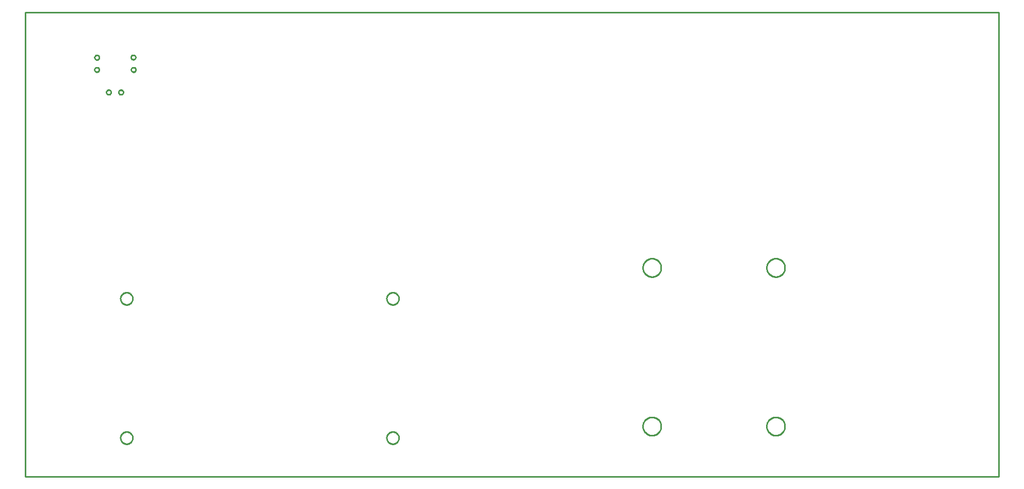
<source format=gbr>
G04 EAGLE Gerber RS-274X export*
G75*
%MOMM*%
%FSLAX34Y34*%
%LPD*%
%IN*%
%IPPOS*%
%AMOC8*
5,1,8,0,0,1.08239X$1,22.5*%
G01*
%ADD10C,0.254000*%


D10*
X0Y0D02*
X1598000Y0D01*
X1598000Y762000D01*
X0Y762000D01*
X0Y0D01*
X176360Y63063D02*
X176284Y62194D01*
X176132Y61334D01*
X175906Y60490D01*
X175608Y59670D01*
X175239Y58878D01*
X174802Y58122D01*
X174301Y57407D01*
X173740Y56738D01*
X173122Y56120D01*
X172453Y55559D01*
X171738Y55058D01*
X170982Y54621D01*
X170190Y54252D01*
X169370Y53954D01*
X168526Y53728D01*
X167667Y53576D01*
X166797Y53500D01*
X165923Y53500D01*
X165054Y53576D01*
X164194Y53728D01*
X163350Y53954D01*
X162530Y54252D01*
X161738Y54621D01*
X160982Y55058D01*
X160267Y55559D01*
X159598Y56120D01*
X158980Y56738D01*
X158419Y57407D01*
X157918Y58122D01*
X157481Y58878D01*
X157112Y59670D01*
X156814Y60490D01*
X156588Y61334D01*
X156436Y62194D01*
X156360Y63063D01*
X156360Y63937D01*
X156436Y64807D01*
X156588Y65666D01*
X156814Y66510D01*
X157112Y67330D01*
X157481Y68122D01*
X157918Y68878D01*
X158419Y69593D01*
X158980Y70262D01*
X159598Y70880D01*
X160267Y71441D01*
X160982Y71942D01*
X161738Y72379D01*
X162530Y72748D01*
X163350Y73046D01*
X164194Y73272D01*
X165054Y73424D01*
X165923Y73500D01*
X166797Y73500D01*
X167667Y73424D01*
X168526Y73272D01*
X169370Y73046D01*
X170190Y72748D01*
X170982Y72379D01*
X171738Y71942D01*
X172453Y71441D01*
X173122Y70880D01*
X173740Y70262D01*
X174301Y69593D01*
X174802Y68878D01*
X175239Y68122D01*
X175608Y67330D01*
X175906Y66510D01*
X176132Y65666D01*
X176284Y64807D01*
X176360Y63937D01*
X176360Y63063D01*
X613240Y63063D02*
X613164Y62194D01*
X613012Y61334D01*
X612786Y60490D01*
X612488Y59670D01*
X612119Y58878D01*
X611682Y58122D01*
X611181Y57407D01*
X610620Y56738D01*
X610002Y56120D01*
X609333Y55559D01*
X608618Y55058D01*
X607862Y54621D01*
X607070Y54252D01*
X606250Y53954D01*
X605406Y53728D01*
X604547Y53576D01*
X603677Y53500D01*
X602803Y53500D01*
X601934Y53576D01*
X601074Y53728D01*
X600230Y53954D01*
X599410Y54252D01*
X598618Y54621D01*
X597862Y55058D01*
X597147Y55559D01*
X596478Y56120D01*
X595860Y56738D01*
X595299Y57407D01*
X594798Y58122D01*
X594361Y58878D01*
X593992Y59670D01*
X593694Y60490D01*
X593468Y61334D01*
X593316Y62194D01*
X593240Y63063D01*
X593240Y63937D01*
X593316Y64807D01*
X593468Y65666D01*
X593694Y66510D01*
X593992Y67330D01*
X594361Y68122D01*
X594798Y68878D01*
X595299Y69593D01*
X595860Y70262D01*
X596478Y70880D01*
X597147Y71441D01*
X597862Y71942D01*
X598618Y72379D01*
X599410Y72748D01*
X600230Y73046D01*
X601074Y73272D01*
X601934Y73424D01*
X602803Y73500D01*
X603677Y73500D01*
X604547Y73424D01*
X605406Y73272D01*
X606250Y73046D01*
X607070Y72748D01*
X607862Y72379D01*
X608618Y71942D01*
X609333Y71441D01*
X610002Y70880D01*
X610620Y70262D01*
X611181Y69593D01*
X611682Y68878D01*
X612119Y68122D01*
X612488Y67330D01*
X612786Y66510D01*
X613012Y65666D01*
X613164Y64807D01*
X613240Y63937D01*
X613240Y63063D01*
X176360Y291663D02*
X176284Y290794D01*
X176132Y289934D01*
X175906Y289090D01*
X175608Y288270D01*
X175239Y287478D01*
X174802Y286722D01*
X174301Y286007D01*
X173740Y285338D01*
X173122Y284720D01*
X172453Y284159D01*
X171738Y283658D01*
X170982Y283221D01*
X170190Y282852D01*
X169370Y282554D01*
X168526Y282328D01*
X167667Y282176D01*
X166797Y282100D01*
X165923Y282100D01*
X165054Y282176D01*
X164194Y282328D01*
X163350Y282554D01*
X162530Y282852D01*
X161738Y283221D01*
X160982Y283658D01*
X160267Y284159D01*
X159598Y284720D01*
X158980Y285338D01*
X158419Y286007D01*
X157918Y286722D01*
X157481Y287478D01*
X157112Y288270D01*
X156814Y289090D01*
X156588Y289934D01*
X156436Y290794D01*
X156360Y291663D01*
X156360Y292537D01*
X156436Y293407D01*
X156588Y294266D01*
X156814Y295110D01*
X157112Y295930D01*
X157481Y296722D01*
X157918Y297478D01*
X158419Y298193D01*
X158980Y298862D01*
X159598Y299480D01*
X160267Y300041D01*
X160982Y300542D01*
X161738Y300979D01*
X162530Y301348D01*
X163350Y301646D01*
X164194Y301872D01*
X165054Y302024D01*
X165923Y302100D01*
X166797Y302100D01*
X167667Y302024D01*
X168526Y301872D01*
X169370Y301646D01*
X170190Y301348D01*
X170982Y300979D01*
X171738Y300542D01*
X172453Y300041D01*
X173122Y299480D01*
X173740Y298862D01*
X174301Y298193D01*
X174802Y297478D01*
X175239Y296722D01*
X175608Y295930D01*
X175906Y295110D01*
X176132Y294266D01*
X176284Y293407D01*
X176360Y292537D01*
X176360Y291663D01*
X613240Y291663D02*
X613164Y290794D01*
X613012Y289934D01*
X612786Y289090D01*
X612488Y288270D01*
X612119Y287478D01*
X611682Y286722D01*
X611181Y286007D01*
X610620Y285338D01*
X610002Y284720D01*
X609333Y284159D01*
X608618Y283658D01*
X607862Y283221D01*
X607070Y282852D01*
X606250Y282554D01*
X605406Y282328D01*
X604547Y282176D01*
X603677Y282100D01*
X602803Y282100D01*
X601934Y282176D01*
X601074Y282328D01*
X600230Y282554D01*
X599410Y282852D01*
X598618Y283221D01*
X597862Y283658D01*
X597147Y284159D01*
X596478Y284720D01*
X595860Y285338D01*
X595299Y286007D01*
X594798Y286722D01*
X594361Y287478D01*
X593992Y288270D01*
X593694Y289090D01*
X593468Y289934D01*
X593316Y290794D01*
X593240Y291663D01*
X593240Y292537D01*
X593316Y293407D01*
X593468Y294266D01*
X593694Y295110D01*
X593992Y295930D01*
X594361Y296722D01*
X594798Y297478D01*
X595299Y298193D01*
X595860Y298862D01*
X596478Y299480D01*
X597147Y300041D01*
X597862Y300542D01*
X598618Y300979D01*
X599410Y301348D01*
X600230Y301646D01*
X601074Y301872D01*
X601934Y302024D01*
X602803Y302100D01*
X603677Y302100D01*
X604547Y302024D01*
X605406Y301872D01*
X606250Y301646D01*
X607070Y301348D01*
X607862Y300979D01*
X608618Y300542D01*
X609333Y300041D01*
X610002Y299480D01*
X610620Y298862D01*
X611181Y298193D01*
X611682Y297478D01*
X612119Y296722D01*
X612488Y295930D01*
X612786Y295110D01*
X613012Y294266D01*
X613164Y293407D01*
X613240Y292537D01*
X613240Y291663D01*
X113990Y688264D02*
X114055Y688759D01*
X114184Y689241D01*
X114376Y689703D01*
X114625Y690135D01*
X114929Y690532D01*
X115283Y690885D01*
X115679Y691189D01*
X116111Y691438D01*
X116573Y691630D01*
X117055Y691759D01*
X117550Y691824D01*
X118050Y691824D01*
X118545Y691759D01*
X119027Y691630D01*
X119489Y691438D01*
X119921Y691189D01*
X120318Y690885D01*
X120671Y690532D01*
X120975Y690135D01*
X121224Y689703D01*
X121416Y689241D01*
X121545Y688759D01*
X121610Y688264D01*
X121610Y687764D01*
X121545Y687269D01*
X121416Y686787D01*
X121224Y686325D01*
X120975Y685893D01*
X120671Y685497D01*
X120318Y685143D01*
X119921Y684839D01*
X119489Y684590D01*
X119027Y684398D01*
X118545Y684269D01*
X118050Y684204D01*
X117550Y684204D01*
X117055Y684269D01*
X116573Y684398D01*
X116111Y684590D01*
X115679Y684839D01*
X115283Y685143D01*
X114929Y685497D01*
X114625Y685893D01*
X114376Y686325D01*
X114184Y686787D01*
X114055Y687269D01*
X113990Y687764D01*
X113990Y688264D01*
X113736Y668198D02*
X113801Y668693D01*
X113930Y669175D01*
X114122Y669637D01*
X114371Y670069D01*
X114675Y670466D01*
X115029Y670819D01*
X115425Y671123D01*
X115857Y671372D01*
X116319Y671564D01*
X116801Y671693D01*
X117296Y671758D01*
X117796Y671758D01*
X118291Y671693D01*
X118773Y671564D01*
X119235Y671372D01*
X119667Y671123D01*
X120064Y670819D01*
X120417Y670466D01*
X120721Y670069D01*
X120970Y669637D01*
X121162Y669175D01*
X121291Y668693D01*
X121356Y668198D01*
X121356Y667698D01*
X121291Y667203D01*
X121162Y666721D01*
X120970Y666259D01*
X120721Y665827D01*
X120417Y665431D01*
X120064Y665077D01*
X119667Y664773D01*
X119235Y664524D01*
X118773Y664332D01*
X118291Y664203D01*
X117796Y664138D01*
X117296Y664138D01*
X116801Y664203D01*
X116319Y664332D01*
X115857Y664524D01*
X115425Y664773D01*
X115029Y665077D01*
X114675Y665431D01*
X114371Y665827D01*
X114122Y666259D01*
X113930Y666721D01*
X113801Y667203D01*
X113736Y667698D01*
X113736Y668198D01*
X173934Y668198D02*
X173999Y668693D01*
X174128Y669175D01*
X174320Y669637D01*
X174569Y670069D01*
X174873Y670466D01*
X175227Y670819D01*
X175623Y671123D01*
X176055Y671372D01*
X176517Y671564D01*
X176999Y671693D01*
X177494Y671758D01*
X177994Y671758D01*
X178489Y671693D01*
X178971Y671564D01*
X179433Y671372D01*
X179865Y671123D01*
X180262Y670819D01*
X180615Y670466D01*
X180919Y670069D01*
X181168Y669637D01*
X181360Y669175D01*
X181489Y668693D01*
X181554Y668198D01*
X181554Y667698D01*
X181489Y667203D01*
X181360Y666721D01*
X181168Y666259D01*
X180919Y665827D01*
X180615Y665431D01*
X180262Y665077D01*
X179865Y664773D01*
X179433Y664524D01*
X178971Y664332D01*
X178489Y664203D01*
X177994Y664138D01*
X177494Y664138D01*
X176999Y664203D01*
X176517Y664332D01*
X176055Y664524D01*
X175623Y664773D01*
X175227Y665077D01*
X174873Y665431D01*
X174569Y665827D01*
X174320Y666259D01*
X174128Y666721D01*
X173999Y667203D01*
X173934Y667698D01*
X173934Y668198D01*
X173680Y688518D02*
X173745Y689013D01*
X173874Y689495D01*
X174066Y689957D01*
X174315Y690389D01*
X174619Y690786D01*
X174973Y691139D01*
X175369Y691443D01*
X175801Y691692D01*
X176263Y691884D01*
X176745Y692013D01*
X177240Y692078D01*
X177740Y692078D01*
X178235Y692013D01*
X178717Y691884D01*
X179179Y691692D01*
X179611Y691443D01*
X180008Y691139D01*
X180361Y690786D01*
X180665Y690389D01*
X180914Y689957D01*
X181106Y689495D01*
X181235Y689013D01*
X181300Y688518D01*
X181300Y688018D01*
X181235Y687523D01*
X181106Y687041D01*
X180914Y686579D01*
X180665Y686147D01*
X180361Y685751D01*
X180008Y685397D01*
X179611Y685093D01*
X179179Y684844D01*
X178717Y684652D01*
X178235Y684523D01*
X177740Y684458D01*
X177240Y684458D01*
X176745Y684523D01*
X176263Y684652D01*
X175801Y684844D01*
X175369Y685093D01*
X174973Y685397D01*
X174619Y685751D01*
X174315Y686147D01*
X174066Y686579D01*
X173874Y687041D01*
X173745Y687523D01*
X173680Y688018D01*
X173680Y688518D01*
X133294Y631114D02*
X133359Y631609D01*
X133488Y632091D01*
X133680Y632553D01*
X133929Y632985D01*
X134233Y633382D01*
X134587Y633735D01*
X134983Y634039D01*
X135415Y634288D01*
X135877Y634480D01*
X136359Y634609D01*
X136854Y634674D01*
X137354Y634674D01*
X137849Y634609D01*
X138331Y634480D01*
X138793Y634288D01*
X139225Y634039D01*
X139622Y633735D01*
X139975Y633382D01*
X140279Y632985D01*
X140528Y632553D01*
X140720Y632091D01*
X140849Y631609D01*
X140914Y631114D01*
X140914Y630614D01*
X140849Y630119D01*
X140720Y629637D01*
X140528Y629175D01*
X140279Y628743D01*
X139975Y628347D01*
X139622Y627993D01*
X139225Y627689D01*
X138793Y627440D01*
X138331Y627248D01*
X137849Y627119D01*
X137354Y627054D01*
X136854Y627054D01*
X136359Y627119D01*
X135877Y627248D01*
X135415Y627440D01*
X134983Y627689D01*
X134587Y627993D01*
X134233Y628347D01*
X133929Y628743D01*
X133680Y629175D01*
X133488Y629637D01*
X133359Y630119D01*
X133294Y630614D01*
X133294Y631114D01*
X153360Y631114D02*
X153425Y631609D01*
X153554Y632091D01*
X153746Y632553D01*
X153995Y632985D01*
X154299Y633382D01*
X154653Y633735D01*
X155049Y634039D01*
X155481Y634288D01*
X155943Y634480D01*
X156425Y634609D01*
X156920Y634674D01*
X157420Y634674D01*
X157915Y634609D01*
X158397Y634480D01*
X158859Y634288D01*
X159291Y634039D01*
X159688Y633735D01*
X160041Y633382D01*
X160345Y632985D01*
X160594Y632553D01*
X160786Y632091D01*
X160915Y631609D01*
X160980Y631114D01*
X160980Y630614D01*
X160915Y630119D01*
X160786Y629637D01*
X160594Y629175D01*
X160345Y628743D01*
X160041Y628347D01*
X159688Y627993D01*
X159291Y627689D01*
X158859Y627440D01*
X158397Y627248D01*
X157915Y627119D01*
X157420Y627054D01*
X156920Y627054D01*
X156425Y627119D01*
X155943Y627248D01*
X155481Y627440D01*
X155049Y627689D01*
X154653Y627993D01*
X154299Y628347D01*
X153995Y628743D01*
X153746Y629175D01*
X153554Y629637D01*
X153425Y630119D01*
X153360Y630614D01*
X153360Y631114D01*
X1029236Y97550D02*
X1030304Y97474D01*
X1031365Y97321D01*
X1032412Y97093D01*
X1033440Y96791D01*
X1034444Y96417D01*
X1035419Y95972D01*
X1036359Y95458D01*
X1037260Y94879D01*
X1038118Y94237D01*
X1038928Y93535D01*
X1039685Y92778D01*
X1040387Y91968D01*
X1041029Y91110D01*
X1041608Y90209D01*
X1042122Y89269D01*
X1042567Y88294D01*
X1042941Y87290D01*
X1043243Y86262D01*
X1043471Y85215D01*
X1043624Y84154D01*
X1043700Y83086D01*
X1043700Y82014D01*
X1043624Y80946D01*
X1043471Y79885D01*
X1043243Y78838D01*
X1042941Y77810D01*
X1042567Y76806D01*
X1042122Y75831D01*
X1041608Y74891D01*
X1041029Y73990D01*
X1040387Y73132D01*
X1039685Y72322D01*
X1038928Y71565D01*
X1038118Y70863D01*
X1037260Y70221D01*
X1036359Y69642D01*
X1035419Y69128D01*
X1034444Y68683D01*
X1033440Y68309D01*
X1032412Y68007D01*
X1031365Y67779D01*
X1030304Y67626D01*
X1029236Y67550D01*
X1028164Y67550D01*
X1027096Y67626D01*
X1026035Y67779D01*
X1024988Y68007D01*
X1023960Y68309D01*
X1022956Y68683D01*
X1021981Y69128D01*
X1021041Y69642D01*
X1020140Y70221D01*
X1019282Y70863D01*
X1018472Y71565D01*
X1017715Y72322D01*
X1017013Y73132D01*
X1016371Y73990D01*
X1015792Y74891D01*
X1015278Y75831D01*
X1014833Y76806D01*
X1014459Y77810D01*
X1014157Y78838D01*
X1013929Y79885D01*
X1013776Y80946D01*
X1013700Y82014D01*
X1013700Y83086D01*
X1013776Y84154D01*
X1013929Y85215D01*
X1014157Y86262D01*
X1014459Y87290D01*
X1014833Y88294D01*
X1015278Y89269D01*
X1015792Y90209D01*
X1016371Y91110D01*
X1017013Y91968D01*
X1017715Y92778D01*
X1018472Y93535D01*
X1019282Y94237D01*
X1020140Y94879D01*
X1021041Y95458D01*
X1021981Y95972D01*
X1022956Y96417D01*
X1023960Y96791D01*
X1024988Y97093D01*
X1026035Y97321D01*
X1027096Y97474D01*
X1028164Y97550D01*
X1029236Y97550D01*
X1232436Y97550D02*
X1233504Y97474D01*
X1234565Y97321D01*
X1235612Y97093D01*
X1236640Y96791D01*
X1237644Y96417D01*
X1238619Y95972D01*
X1239559Y95458D01*
X1240460Y94879D01*
X1241318Y94237D01*
X1242128Y93535D01*
X1242885Y92778D01*
X1243587Y91968D01*
X1244229Y91110D01*
X1244808Y90209D01*
X1245322Y89269D01*
X1245767Y88294D01*
X1246141Y87290D01*
X1246443Y86262D01*
X1246671Y85215D01*
X1246824Y84154D01*
X1246900Y83086D01*
X1246900Y82014D01*
X1246824Y80946D01*
X1246671Y79885D01*
X1246443Y78838D01*
X1246141Y77810D01*
X1245767Y76806D01*
X1245322Y75831D01*
X1244808Y74891D01*
X1244229Y73990D01*
X1243587Y73132D01*
X1242885Y72322D01*
X1242128Y71565D01*
X1241318Y70863D01*
X1240460Y70221D01*
X1239559Y69642D01*
X1238619Y69128D01*
X1237644Y68683D01*
X1236640Y68309D01*
X1235612Y68007D01*
X1234565Y67779D01*
X1233504Y67626D01*
X1232436Y67550D01*
X1231364Y67550D01*
X1230296Y67626D01*
X1229235Y67779D01*
X1228188Y68007D01*
X1227160Y68309D01*
X1226156Y68683D01*
X1225181Y69128D01*
X1224241Y69642D01*
X1223340Y70221D01*
X1222482Y70863D01*
X1221672Y71565D01*
X1220915Y72322D01*
X1220213Y73132D01*
X1219571Y73990D01*
X1218992Y74891D01*
X1218478Y75831D01*
X1218033Y76806D01*
X1217659Y77810D01*
X1217357Y78838D01*
X1217129Y79885D01*
X1216976Y80946D01*
X1216900Y82014D01*
X1216900Y83086D01*
X1216976Y84154D01*
X1217129Y85215D01*
X1217357Y86262D01*
X1217659Y87290D01*
X1218033Y88294D01*
X1218478Y89269D01*
X1218992Y90209D01*
X1219571Y91110D01*
X1220213Y91968D01*
X1220915Y92778D01*
X1221672Y93535D01*
X1222482Y94237D01*
X1223340Y94879D01*
X1224241Y95458D01*
X1225181Y95972D01*
X1226156Y96417D01*
X1227160Y96791D01*
X1228188Y97093D01*
X1229235Y97321D01*
X1230296Y97474D01*
X1231364Y97550D01*
X1232436Y97550D01*
X1232436Y357900D02*
X1233504Y357824D01*
X1234565Y357671D01*
X1235612Y357443D01*
X1236640Y357141D01*
X1237644Y356767D01*
X1238619Y356322D01*
X1239559Y355808D01*
X1240460Y355229D01*
X1241318Y354587D01*
X1242128Y353885D01*
X1242885Y353128D01*
X1243587Y352318D01*
X1244229Y351460D01*
X1244808Y350559D01*
X1245322Y349619D01*
X1245767Y348644D01*
X1246141Y347640D01*
X1246443Y346612D01*
X1246671Y345565D01*
X1246824Y344504D01*
X1246900Y343436D01*
X1246900Y342364D01*
X1246824Y341296D01*
X1246671Y340235D01*
X1246443Y339188D01*
X1246141Y338160D01*
X1245767Y337156D01*
X1245322Y336181D01*
X1244808Y335241D01*
X1244229Y334340D01*
X1243587Y333482D01*
X1242885Y332672D01*
X1242128Y331915D01*
X1241318Y331213D01*
X1240460Y330571D01*
X1239559Y329992D01*
X1238619Y329478D01*
X1237644Y329033D01*
X1236640Y328659D01*
X1235612Y328357D01*
X1234565Y328129D01*
X1233504Y327976D01*
X1232436Y327900D01*
X1231364Y327900D01*
X1230296Y327976D01*
X1229235Y328129D01*
X1228188Y328357D01*
X1227160Y328659D01*
X1226156Y329033D01*
X1225181Y329478D01*
X1224241Y329992D01*
X1223340Y330571D01*
X1222482Y331213D01*
X1221672Y331915D01*
X1220915Y332672D01*
X1220213Y333482D01*
X1219571Y334340D01*
X1218992Y335241D01*
X1218478Y336181D01*
X1218033Y337156D01*
X1217659Y338160D01*
X1217357Y339188D01*
X1217129Y340235D01*
X1216976Y341296D01*
X1216900Y342364D01*
X1216900Y343436D01*
X1216976Y344504D01*
X1217129Y345565D01*
X1217357Y346612D01*
X1217659Y347640D01*
X1218033Y348644D01*
X1218478Y349619D01*
X1218992Y350559D01*
X1219571Y351460D01*
X1220213Y352318D01*
X1220915Y353128D01*
X1221672Y353885D01*
X1222482Y354587D01*
X1223340Y355229D01*
X1224241Y355808D01*
X1225181Y356322D01*
X1226156Y356767D01*
X1227160Y357141D01*
X1228188Y357443D01*
X1229235Y357671D01*
X1230296Y357824D01*
X1231364Y357900D01*
X1232436Y357900D01*
X1029236Y357900D02*
X1030304Y357824D01*
X1031365Y357671D01*
X1032412Y357443D01*
X1033440Y357141D01*
X1034444Y356767D01*
X1035419Y356322D01*
X1036359Y355808D01*
X1037260Y355229D01*
X1038118Y354587D01*
X1038928Y353885D01*
X1039685Y353128D01*
X1040387Y352318D01*
X1041029Y351460D01*
X1041608Y350559D01*
X1042122Y349619D01*
X1042567Y348644D01*
X1042941Y347640D01*
X1043243Y346612D01*
X1043471Y345565D01*
X1043624Y344504D01*
X1043700Y343436D01*
X1043700Y342364D01*
X1043624Y341296D01*
X1043471Y340235D01*
X1043243Y339188D01*
X1042941Y338160D01*
X1042567Y337156D01*
X1042122Y336181D01*
X1041608Y335241D01*
X1041029Y334340D01*
X1040387Y333482D01*
X1039685Y332672D01*
X1038928Y331915D01*
X1038118Y331213D01*
X1037260Y330571D01*
X1036359Y329992D01*
X1035419Y329478D01*
X1034444Y329033D01*
X1033440Y328659D01*
X1032412Y328357D01*
X1031365Y328129D01*
X1030304Y327976D01*
X1029236Y327900D01*
X1028164Y327900D01*
X1027096Y327976D01*
X1026035Y328129D01*
X1024988Y328357D01*
X1023960Y328659D01*
X1022956Y329033D01*
X1021981Y329478D01*
X1021041Y329992D01*
X1020140Y330571D01*
X1019282Y331213D01*
X1018472Y331915D01*
X1017715Y332672D01*
X1017013Y333482D01*
X1016371Y334340D01*
X1015792Y335241D01*
X1015278Y336181D01*
X1014833Y337156D01*
X1014459Y338160D01*
X1014157Y339188D01*
X1013929Y340235D01*
X1013776Y341296D01*
X1013700Y342364D01*
X1013700Y343436D01*
X1013776Y344504D01*
X1013929Y345565D01*
X1014157Y346612D01*
X1014459Y347640D01*
X1014833Y348644D01*
X1015278Y349619D01*
X1015792Y350559D01*
X1016371Y351460D01*
X1017013Y352318D01*
X1017715Y353128D01*
X1018472Y353885D01*
X1019282Y354587D01*
X1020140Y355229D01*
X1021041Y355808D01*
X1021981Y356322D01*
X1022956Y356767D01*
X1023960Y357141D01*
X1024988Y357443D01*
X1026035Y357671D01*
X1027096Y357824D01*
X1028164Y357900D01*
X1029236Y357900D01*
M02*

</source>
